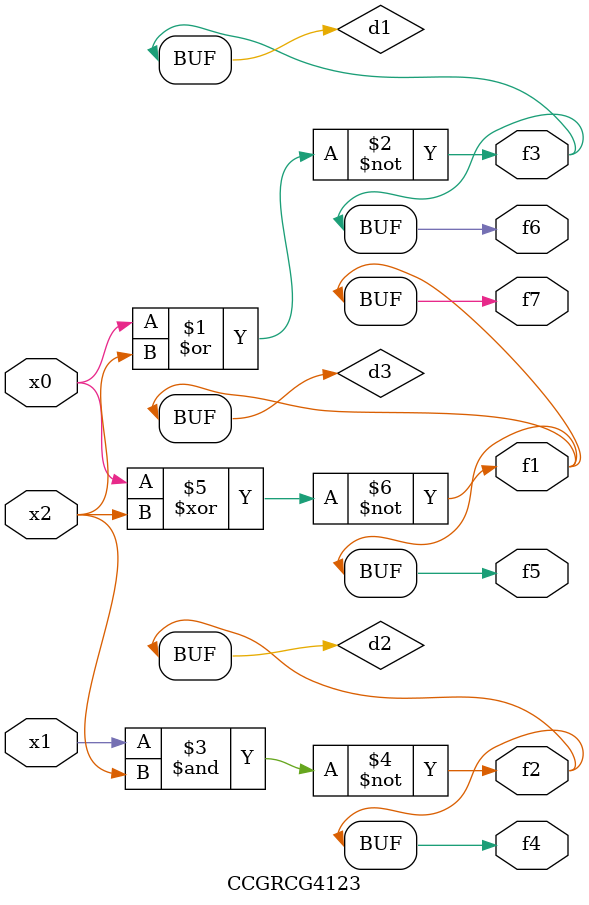
<source format=v>
module CCGRCG4123(
	input x0, x1, x2,
	output f1, f2, f3, f4, f5, f6, f7
);

	wire d1, d2, d3;

	nor (d1, x0, x2);
	nand (d2, x1, x2);
	xnor (d3, x0, x2);
	assign f1 = d3;
	assign f2 = d2;
	assign f3 = d1;
	assign f4 = d2;
	assign f5 = d3;
	assign f6 = d1;
	assign f7 = d3;
endmodule

</source>
